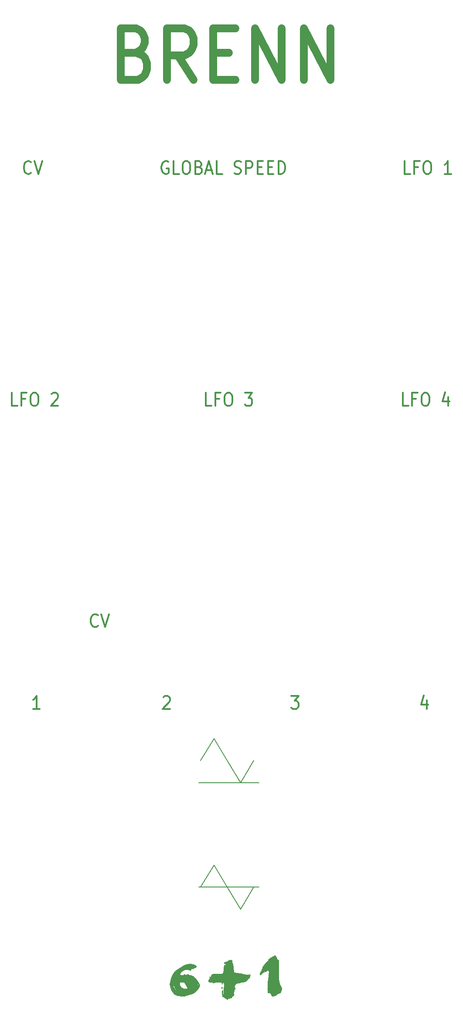
<source format=gbr>
%TF.GenerationSoftware,KiCad,Pcbnew,(5.1.9)-1*%
%TF.CreationDate,2021-08-21T12:12:35+01:00*%
%TF.ProjectId,KOSMOS LFO6 Front Panel,4b4f534d-4f53-4204-9c46-4f362046726f,rev?*%
%TF.SameCoordinates,Original*%
%TF.FileFunction,Legend,Top*%
%TF.FilePolarity,Positive*%
%FSLAX46Y46*%
G04 Gerber Fmt 4.6, Leading zero omitted, Abs format (unit mm)*
G04 Created by KiCad (PCBNEW (5.1.9)-1) date 2021-08-21 12:12:35*
%MOMM*%
%LPD*%
G01*
G04 APERTURE LIST*
%ADD10C,0.200000*%
%ADD11C,0.312500*%
%ADD12C,1.500000*%
%ADD13C,0.002000*%
%ADD14C,0.100000*%
G04 APERTURE END LIST*
D10*
X-67577868Y-180236448D02*
X-55915863Y-180236448D01*
X-67209977Y-180236448D02*
X-64623456Y-175951260D01*
X-62036934Y-180236448D02*
X-64623456Y-175951260D01*
X-67577868Y-160000079D02*
X-55915863Y-160000079D01*
X-56863892Y-155714891D02*
X-59450413Y-160000079D01*
X-62036934Y-155714891D02*
X-59450413Y-160000079D01*
X-56863892Y-180236448D02*
X-59450413Y-184521637D01*
X-62036934Y-180236448D02*
X-59450413Y-184521637D01*
X-62036934Y-155714891D02*
X-64623456Y-151429702D01*
X-67209977Y-155714891D02*
X-64623456Y-151429702D01*
D11*
X-100128646Y-41622973D02*
X-100235789Y-41742020D01*
X-100557217Y-41861068D01*
X-100771503Y-41861068D01*
X-101092932Y-41742020D01*
X-101307217Y-41503925D01*
X-101414360Y-41265830D01*
X-101521503Y-40789639D01*
X-101521503Y-40432496D01*
X-101414360Y-39956306D01*
X-101307217Y-39718211D01*
X-101092932Y-39480116D01*
X-100771503Y-39361068D01*
X-100557217Y-39361068D01*
X-100235789Y-39480116D01*
X-100128646Y-39599163D01*
X-99485789Y-39361068D02*
X-98735789Y-41861068D01*
X-97985789Y-39361068D01*
X-65124285Y-86832774D02*
X-66195713Y-86832774D01*
X-66195713Y-84332774D01*
X-63624285Y-85523250D02*
X-64374285Y-85523250D01*
X-64374285Y-86832774D02*
X-64374285Y-84332774D01*
X-63302856Y-84332774D01*
X-62017142Y-84332774D02*
X-61588570Y-84332774D01*
X-61374285Y-84451822D01*
X-61159999Y-84689917D01*
X-61052856Y-85166107D01*
X-61052856Y-85999441D01*
X-61159999Y-86475631D01*
X-61374285Y-86713726D01*
X-61588570Y-86832774D01*
X-62017142Y-86832774D01*
X-62231428Y-86713726D01*
X-62445713Y-86475631D01*
X-62552856Y-85999441D01*
X-62552856Y-85166107D01*
X-62445713Y-84689917D01*
X-62231428Y-84451822D01*
X-62017142Y-84332774D01*
X-58588570Y-84332774D02*
X-57195713Y-84332774D01*
X-57945713Y-85285155D01*
X-57624285Y-85285155D01*
X-57409999Y-85404202D01*
X-57302856Y-85523250D01*
X-57195713Y-85761345D01*
X-57195713Y-86356583D01*
X-57302856Y-86594679D01*
X-57409999Y-86713726D01*
X-57624285Y-86832774D01*
X-58267142Y-86832774D01*
X-58481428Y-86713726D01*
X-58588570Y-86594679D01*
X-74451930Y-143400520D02*
X-74344787Y-143281473D01*
X-74130502Y-143162425D01*
X-73594787Y-143162425D01*
X-73380502Y-143281473D01*
X-73273359Y-143400520D01*
X-73166216Y-143638615D01*
X-73166216Y-143876711D01*
X-73273359Y-144233853D01*
X-74559073Y-145662425D01*
X-73166216Y-145662425D01*
X-73521569Y-39481822D02*
X-73735855Y-39362774D01*
X-74057283Y-39362774D01*
X-74378712Y-39481822D01*
X-74592997Y-39719917D01*
X-74700140Y-39958012D01*
X-74807283Y-40434202D01*
X-74807283Y-40791345D01*
X-74700140Y-41267536D01*
X-74592997Y-41505631D01*
X-74378712Y-41743726D01*
X-74057283Y-41862774D01*
X-73842997Y-41862774D01*
X-73521569Y-41743726D01*
X-73414426Y-41624679D01*
X-73414426Y-40791345D01*
X-73842997Y-40791345D01*
X-71378712Y-41862774D02*
X-72450140Y-41862774D01*
X-72450140Y-39362774D01*
X-70200140Y-39362774D02*
X-69771569Y-39362774D01*
X-69557283Y-39481822D01*
X-69342997Y-39719917D01*
X-69235855Y-40196107D01*
X-69235855Y-41029441D01*
X-69342997Y-41505631D01*
X-69557283Y-41743726D01*
X-69771569Y-41862774D01*
X-70200140Y-41862774D01*
X-70414426Y-41743726D01*
X-70628712Y-41505631D01*
X-70735855Y-41029441D01*
X-70735855Y-40196107D01*
X-70628712Y-39719917D01*
X-70414426Y-39481822D01*
X-70200140Y-39362774D01*
X-67521569Y-40553250D02*
X-67200140Y-40672298D01*
X-67092997Y-40791345D01*
X-66985855Y-41029441D01*
X-66985855Y-41386583D01*
X-67092997Y-41624679D01*
X-67200140Y-41743726D01*
X-67414426Y-41862774D01*
X-68271569Y-41862774D01*
X-68271569Y-39362774D01*
X-67521569Y-39362774D01*
X-67307283Y-39481822D01*
X-67200140Y-39600869D01*
X-67092997Y-39838964D01*
X-67092997Y-40077060D01*
X-67200140Y-40315155D01*
X-67307283Y-40434202D01*
X-67521569Y-40553250D01*
X-68271569Y-40553250D01*
X-66128712Y-41148488D02*
X-65057283Y-41148488D01*
X-66342997Y-41862774D02*
X-65592997Y-39362774D01*
X-64842997Y-41862774D01*
X-63021569Y-41862774D02*
X-64092997Y-41862774D01*
X-64092997Y-39362774D01*
X-60664426Y-41743726D02*
X-60342997Y-41862774D01*
X-59807283Y-41862774D01*
X-59592997Y-41743726D01*
X-59485855Y-41624679D01*
X-59378712Y-41386583D01*
X-59378712Y-41148488D01*
X-59485855Y-40910393D01*
X-59592997Y-40791345D01*
X-59807283Y-40672298D01*
X-60235855Y-40553250D01*
X-60450140Y-40434202D01*
X-60557283Y-40315155D01*
X-60664426Y-40077060D01*
X-60664426Y-39838964D01*
X-60557283Y-39600869D01*
X-60450140Y-39481822D01*
X-60235855Y-39362774D01*
X-59700140Y-39362774D01*
X-59378712Y-39481822D01*
X-58414426Y-41862774D02*
X-58414426Y-39362774D01*
X-57557283Y-39362774D01*
X-57342997Y-39481822D01*
X-57235855Y-39600869D01*
X-57128712Y-39838964D01*
X-57128712Y-40196107D01*
X-57235855Y-40434202D01*
X-57342997Y-40553250D01*
X-57557283Y-40672298D01*
X-58414426Y-40672298D01*
X-56164426Y-40553250D02*
X-55414426Y-40553250D01*
X-55092997Y-41862774D02*
X-56164426Y-41862774D01*
X-56164426Y-39362774D01*
X-55092997Y-39362774D01*
X-54128712Y-40553250D02*
X-53378712Y-40553250D01*
X-53057283Y-41862774D02*
X-54128712Y-41862774D01*
X-54128712Y-39362774D01*
X-53057283Y-39362774D01*
X-52092997Y-41862774D02*
X-52092997Y-39362774D01*
X-51557283Y-39362774D01*
X-51235855Y-39481822D01*
X-51021569Y-39719917D01*
X-50914426Y-39958012D01*
X-50807283Y-40434202D01*
X-50807283Y-40791345D01*
X-50914426Y-41267536D01*
X-51021569Y-41505631D01*
X-51235855Y-41743726D01*
X-51557283Y-41862774D01*
X-52092997Y-41862774D01*
X-102806439Y-86832774D02*
X-103877867Y-86832774D01*
X-103877867Y-84332774D01*
X-101306439Y-85523250D02*
X-102056439Y-85523250D01*
X-102056439Y-86832774D02*
X-102056439Y-84332774D01*
X-100985010Y-84332774D01*
X-99699296Y-84332774D02*
X-99270724Y-84332774D01*
X-99056439Y-84451822D01*
X-98842153Y-84689917D01*
X-98735010Y-85166107D01*
X-98735010Y-85999441D01*
X-98842153Y-86475631D01*
X-99056439Y-86713726D01*
X-99270724Y-86832774D01*
X-99699296Y-86832774D01*
X-99913582Y-86713726D01*
X-100127867Y-86475631D01*
X-100235010Y-85999441D01*
X-100235010Y-85166107D01*
X-100127867Y-84689917D01*
X-99913582Y-84451822D01*
X-99699296Y-84332774D01*
X-96163582Y-84570869D02*
X-96056439Y-84451822D01*
X-95842153Y-84332774D01*
X-95306439Y-84332774D01*
X-95092153Y-84451822D01*
X-94985010Y-84570869D01*
X-94877867Y-84808964D01*
X-94877867Y-85047060D01*
X-94985010Y-85404202D01*
X-96270724Y-86832774D01*
X-94877867Y-86832774D01*
X-26879378Y-86832774D02*
X-27950806Y-86832774D01*
X-27950806Y-84332774D01*
X-25379378Y-85523250D02*
X-26129378Y-85523250D01*
X-26129378Y-86832774D02*
X-26129378Y-84332774D01*
X-25057949Y-84332774D01*
X-23772235Y-84332774D02*
X-23343663Y-84332774D01*
X-23129378Y-84451822D01*
X-22915092Y-84689917D01*
X-22807949Y-85166107D01*
X-22807949Y-85999441D01*
X-22915092Y-86475631D01*
X-23129378Y-86713726D01*
X-23343663Y-86832774D01*
X-23772235Y-86832774D01*
X-23986521Y-86713726D01*
X-24200806Y-86475631D01*
X-24307949Y-85999441D01*
X-24307949Y-85166107D01*
X-24200806Y-84689917D01*
X-23986521Y-84451822D01*
X-23772235Y-84332774D01*
X-19165092Y-85166107D02*
X-19165092Y-86832774D01*
X-19700806Y-84213726D02*
X-20236521Y-85999441D01*
X-18843663Y-85999441D01*
X-98444183Y-145662425D02*
X-99729897Y-145662425D01*
X-99087040Y-145662425D02*
X-99087040Y-143162425D01*
X-99301326Y-143519568D01*
X-99515611Y-143757663D01*
X-99729897Y-143876711D01*
D12*
X-79752142Y-18345714D02*
X-78466428Y-18821904D01*
X-78037857Y-19298095D01*
X-77609285Y-20250476D01*
X-77609285Y-21679047D01*
X-78037857Y-22631428D01*
X-78466428Y-23107619D01*
X-79323571Y-23583809D01*
X-82752142Y-23583809D01*
X-82752142Y-13583809D01*
X-79752142Y-13583809D01*
X-78895000Y-14060000D01*
X-78466428Y-14536190D01*
X-78037857Y-15488571D01*
X-78037857Y-16440952D01*
X-78466428Y-17393333D01*
X-78895000Y-17869523D01*
X-79752142Y-18345714D01*
X-82752142Y-18345714D01*
X-68609285Y-23583809D02*
X-71609285Y-18821904D01*
X-73752142Y-23583809D02*
X-73752142Y-13583809D01*
X-70323571Y-13583809D01*
X-69466428Y-14060000D01*
X-69037857Y-14536190D01*
X-68609285Y-15488571D01*
X-68609285Y-16917142D01*
X-69037857Y-17869523D01*
X-69466428Y-18345714D01*
X-70323571Y-18821904D01*
X-73752142Y-18821904D01*
X-64752142Y-18345714D02*
X-61752142Y-18345714D01*
X-60466428Y-23583809D02*
X-64752142Y-23583809D01*
X-64752142Y-13583809D01*
X-60466428Y-13583809D01*
X-56609285Y-23583809D02*
X-56609285Y-13583809D01*
X-51466428Y-23583809D01*
X-51466428Y-13583809D01*
X-47180714Y-23583809D02*
X-47180714Y-13583809D01*
X-42037857Y-23583809D01*
X-42037857Y-13583809D01*
D11*
X-26494142Y-41862774D02*
X-27565570Y-41862774D01*
X-27565570Y-39362774D01*
X-24994142Y-40553250D02*
X-25744142Y-40553250D01*
X-25744142Y-41862774D02*
X-25744142Y-39362774D01*
X-24672713Y-39362774D01*
X-23386999Y-39362774D02*
X-22958427Y-39362774D01*
X-22744142Y-39481822D01*
X-22529856Y-39719917D01*
X-22422713Y-40196107D01*
X-22422713Y-41029441D01*
X-22529856Y-41505631D01*
X-22744142Y-41743726D01*
X-22958427Y-41862774D01*
X-23386999Y-41862774D01*
X-23601285Y-41743726D01*
X-23815570Y-41505631D01*
X-23922713Y-41029441D01*
X-23922713Y-40196107D01*
X-23815570Y-39719917D01*
X-23601285Y-39481822D01*
X-23386999Y-39362774D01*
X-18565570Y-41862774D02*
X-19851285Y-41862774D01*
X-19208427Y-41862774D02*
X-19208427Y-39362774D01*
X-19422713Y-39719917D01*
X-19636999Y-39958012D01*
X-19851285Y-40077060D01*
X-23322521Y-143985527D02*
X-23322521Y-145652194D01*
X-23858235Y-143033146D02*
X-24393949Y-144818861D01*
X-23001092Y-144818861D01*
X-49603411Y-143162425D02*
X-48210554Y-143162425D01*
X-48960554Y-144114806D01*
X-48639125Y-144114806D01*
X-48424840Y-144233853D01*
X-48317697Y-144352901D01*
X-48210554Y-144590996D01*
X-48210554Y-145186234D01*
X-48317697Y-145424330D01*
X-48424840Y-145543377D01*
X-48639125Y-145662425D01*
X-49281982Y-145662425D01*
X-49496268Y-145543377D01*
X-49603411Y-145424330D01*
X-87155446Y-129542857D02*
X-87262589Y-129661904D01*
X-87584017Y-129780952D01*
X-87798303Y-129780952D01*
X-88119732Y-129661904D01*
X-88334017Y-129423809D01*
X-88441160Y-129185714D01*
X-88548303Y-128709523D01*
X-88548303Y-128352380D01*
X-88441160Y-127876190D01*
X-88334017Y-127638095D01*
X-88119732Y-127400000D01*
X-87798303Y-127280952D01*
X-87584017Y-127280952D01*
X-87262589Y-127400000D01*
X-87155446Y-127519047D01*
X-86512589Y-127280952D02*
X-85762589Y-129780952D01*
X-85012589Y-127280952D01*
D13*
%TO.C,REF\u002A\u002A*%
X-72506153Y-199280699D02*
G75*
G02*
X-72458350Y-199304263I0J-60270D01*
G01*
X-72901474Y-199580700D02*
G75*
G02*
X-72864307Y-199652603I-352208J-227614D01*
G01*
X-72991349Y-199718237D02*
G75*
G02*
X-72998411Y-199630699I538978J87537D01*
G01*
X-72969935Y-199816011D02*
G75*
G02*
X-72991348Y-199718237I883899J244807D01*
G01*
X-72822903Y-200064384D02*
G75*
G02*
X-72847458Y-200058677I-8921J17296D01*
G01*
X-72938641Y-199908796D02*
G75*
G02*
X-72969936Y-199816012I825219J330007D01*
G01*
X-72806994Y-200039556D02*
G75*
G02*
X-72822903Y-200064383I-29400J1329D01*
G01*
X-63028708Y-199688146D02*
G75*
G02*
X-63014427Y-199710075I-59981J-54677D01*
G01*
X-63164014Y-199851324D02*
G75*
G02*
X-63167125Y-199818909I47411J20907D01*
G01*
X-63142870Y-199872870D02*
G75*
G02*
X-63164013Y-199851324I17994J38804D01*
G01*
X-72980044Y-199497014D02*
G75*
G02*
X-72955488Y-199502722I8921J-17297D01*
G01*
X-63014427Y-199710075D02*
G75*
G02*
X-63004708Y-199742415I-125533J-55357D01*
G01*
X-72378022Y-199418172D02*
G75*
G02*
X-72290056Y-199569391I-1573417J-1016470D01*
G01*
X-63151473Y-199780700D02*
G75*
G02*
X-63124574Y-199742422I337497J-208585D01*
G01*
X-63124574Y-199742422D02*
G75*
G02*
X-63094871Y-199710075I241481J-191928D01*
G01*
X-63094871Y-199710074D02*
G75*
G02*
X-63066644Y-199687253I162318J-171899D01*
G01*
X-63107375Y-199880700D02*
G75*
G02*
X-63142870Y-199872871I0J84378D01*
G01*
X-72901473Y-199980699D02*
G75*
G02*
X-72938640Y-199908796I352208J227614D01*
G01*
X-72995953Y-199521843D02*
G75*
G02*
X-72980044Y-199497016I29400J-1329D01*
G01*
X-63066645Y-199687253D02*
G75*
G02*
X-63045572Y-199680699I21073J-30601D01*
G01*
X-63045573Y-199680699D02*
G75*
G02*
X-63028709Y-199688145I1J-22819D01*
G01*
X-63004708Y-199742414D02*
G75*
G02*
X-63001473Y-199780699I-224963J-38286D01*
G01*
X-63167124Y-199818909D02*
G75*
G02*
X-63151473Y-199780699I122695J-27947D01*
G01*
X-63001474Y-199780700D02*
G75*
G02*
X-63009580Y-199818855I-93851J1D01*
G01*
X-63066950Y-199873087D02*
G75*
G02*
X-63107375Y-199880699I-40425J103535D01*
G01*
X-72833011Y-199745387D02*
G75*
G02*
X-72811598Y-199843162I-883900J-244808D01*
G01*
X-63009579Y-199818855D02*
G75*
G02*
X-63032582Y-199851324I-92552J41184D01*
G01*
X-63032582Y-199851325D02*
G75*
G02*
X-63066950Y-199873087I-73086J77400D01*
G01*
X-72864306Y-199652603D02*
G75*
G02*
X-72833011Y-199745387I-825219J-330007D01*
G01*
X-72811598Y-199843161D02*
G75*
G02*
X-72804536Y-199930699I-538978J-87538D01*
G01*
X-70347792Y-198688926D02*
G75*
G02*
X-70323505Y-198724881I-100028J-93750D01*
G01*
X-68101964Y-195673251D02*
G75*
G02*
X-68145875Y-195817598I-161391J-29757D01*
G01*
X-71059085Y-199642148D02*
G75*
G02*
X-71295775Y-199252066I842343J777960D01*
G01*
X-70677854Y-199922079D02*
G75*
G02*
X-71059085Y-199642148I530361J1121844D01*
G01*
X-70238503Y-200020700D02*
G75*
G02*
X-70677854Y-199922079I1J1027959D01*
G01*
X-70183081Y-195332564D02*
G75*
G02*
X-69789987Y-195223551I585448J-1347840D01*
G01*
X-68556481Y-195988802D02*
G75*
G02*
X-68516859Y-195947365I117288J-72488D01*
G01*
X-72040291Y-200312292D02*
G75*
G02*
X-72121584Y-200305417I-38271J31528D01*
G01*
X-72020564Y-200188398D02*
G75*
G02*
X-72040291Y-200312291I-115307J-45157D01*
G01*
X-67608943Y-199073353D02*
G75*
G02*
X-67601473Y-199130699I-216396J-57346D01*
G01*
X-67663338Y-198992256D02*
G75*
G02*
X-67630848Y-199024762I-65125J-97582D01*
G01*
X-69789987Y-195223552D02*
G75*
G02*
X-69263544Y-195189051I524866J-3975221D01*
G01*
X-71269364Y-198711891D02*
G75*
G02*
X-71165956Y-198649832I132199J-103096D01*
G01*
X-69263544Y-195189050D02*
G75*
G02*
X-68747724Y-195223014I-1558J-3957674D01*
G01*
X-67630849Y-199024762D02*
G75*
G02*
X-67608943Y-199073354I-135427J-90286D01*
G01*
X-67701474Y-198980699D02*
G75*
G02*
X-67663338Y-198992256I0J-68699D01*
G01*
X-69123790Y-196152997D02*
G75*
G02*
X-69088110Y-196058940I143510J-643D01*
G01*
X-68452279Y-195912454D02*
G75*
G02*
X-68374773Y-195888713I162597J-392435D01*
G01*
X-67794004Y-199073354D02*
G75*
G02*
X-67772098Y-199024762I157333J-41694D01*
G01*
X-67739609Y-198992256D02*
G75*
G02*
X-67701473Y-198980699I38136J-57142D01*
G01*
X-68396507Y-195333268D02*
G75*
G02*
X-68196506Y-195485143I-336562J-650839D01*
G01*
X-67801473Y-199130700D02*
G75*
G02*
X-67794004Y-199073354I223865J1D01*
G01*
X-71295775Y-199252066D02*
G75*
G02*
X-71327937Y-198841103I735183J264276D01*
G01*
X-69983283Y-199388373D02*
G75*
G02*
X-69778472Y-199689352I-1788030J-1436898D01*
G01*
X-70282576Y-198920629D02*
G75*
G02*
X-70301473Y-198836563I177546J84066D01*
G01*
X-68374774Y-195888713D02*
G75*
G02*
X-68295572Y-195880699I79202J-387369D01*
G01*
X-68599373Y-196025896D02*
G75*
G02*
X-68673899Y-196047522I-122305J282261D01*
G01*
X-70376474Y-198675239D02*
G75*
G02*
X-70347792Y-198688926I-3169J-43539D01*
G01*
X-68673900Y-196047522D02*
G75*
G02*
X-68765967Y-196051854I-65840J418766D01*
G01*
X-69778472Y-199689352D02*
G75*
G02*
X-69765899Y-199876101I-186597J-106360D01*
G01*
X-67772099Y-199024762D02*
G75*
G02*
X-67739609Y-198992256I97615J-65076D01*
G01*
X-67630848Y-199236637D02*
G75*
G02*
X-67663338Y-199269143I-97615J65076D01*
G01*
X-72569100Y-199310968D02*
G75*
G02*
X-72506153Y-199280699I62947J-50317D01*
G01*
X-72583036Y-199378038D02*
G75*
G02*
X-72569100Y-199310968I73071J19800D01*
G01*
X-72527044Y-199526612D02*
G75*
G02*
X-72583035Y-199378038I745260J365693D01*
G01*
X-68145876Y-195817598D02*
G75*
G02*
X-68295572Y-195880699I-149696J146014D01*
G01*
X-69004277Y-196020319D02*
G75*
G02*
X-68862383Y-196036897I7344J-552667D01*
G01*
X-67794004Y-199188045D02*
G75*
G02*
X-67801473Y-199130699I216396J57345D01*
G01*
X-67772098Y-199236637D02*
G75*
G02*
X-67794004Y-199188045I135427J90286D01*
G01*
X-67701473Y-199280700D02*
G75*
G02*
X-67739609Y-199269143I0J68699D01*
G01*
X-70307001Y-198776511D02*
G75*
G02*
X-70301473Y-198836563I-323429J-60052D01*
G01*
X-67663338Y-199269142D02*
G75*
G02*
X-67701473Y-199280699I-38136J57141D01*
G01*
X-69765899Y-199876101D02*
G75*
G02*
X-69902848Y-199988769I-171902J69383D01*
G01*
X-68516859Y-195947365D02*
G75*
G02*
X-68452279Y-195912455I201521J-295604D01*
G01*
X-70323504Y-198724880D02*
G75*
G02*
X-70307001Y-198776511I-195877J-91064D01*
G01*
X-71165956Y-198649832D02*
G75*
G02*
X-70957516Y-198637704I156960J-900390D01*
G01*
X-68556482Y-195988802D02*
G75*
G02*
X-68599373Y-196025897I-80530J49770D01*
G01*
X-67739608Y-199269142D02*
G75*
G02*
X-67772098Y-199236637I65124J97581D01*
G01*
X-69109226Y-196317967D02*
G75*
G02*
X-69123789Y-196152997I881692J160960D01*
G01*
X-68747723Y-195223013D02*
G75*
G02*
X-68396507Y-195333267I-139723J-1059626D01*
G01*
X-68765967Y-196051855D02*
G75*
G02*
X-68862383Y-196036897I32856J530018D01*
G01*
X-69088110Y-196058941D02*
G75*
G02*
X-69004277Y-196020319I85342J-74949D01*
G01*
X-67601474Y-199130699D02*
G75*
G02*
X-67608943Y-199188045I-223865J-1D01*
G01*
X-67608942Y-199188045D02*
G75*
G02*
X-67630848Y-199236637I-157334J41694D01*
G01*
X-68196505Y-195485142D02*
G75*
G02*
X-68101964Y-195673251I-275691J-256372D01*
G01*
X-69902848Y-199988768D02*
G75*
G02*
X-70238502Y-200020699I-335653J1748217D01*
G01*
X-71327937Y-198841102D02*
G75*
G02*
X-71269363Y-198711891I297082J-56792D01*
G01*
X-69405588Y-197352801D02*
G75*
G02*
X-69306618Y-197336410I138655J-530216D01*
G01*
X-68670135Y-197522693D02*
G75*
G02*
X-68602885Y-197553447I-87377J-279972D01*
G01*
X-70267523Y-197213197D02*
G75*
G02*
X-70208281Y-197269685I-78452J-141587D01*
G01*
X-70157870Y-197326836D02*
G75*
G02*
X-70208281Y-197269685I142030J176087D01*
G01*
X-70100236Y-197349617D02*
G75*
G02*
X-70157870Y-197326836I7704J103785D01*
G01*
X-69197135Y-197336212D02*
G75*
G02*
X-69093961Y-197350906I-49443J-716739D01*
G01*
X-68582875Y-197760795D02*
G75*
G02*
X-68584183Y-197739250I19289J11983D01*
G01*
X-71161277Y-196899657D02*
G75*
G02*
X-70933684Y-196612564I848092J-438567D01*
G01*
X-71250022Y-197322595D02*
G75*
G02*
X-71294614Y-197266546I14679J57441D01*
G01*
X-71151474Y-197316862D02*
G75*
G02*
X-71250022Y-197322595I-58276J151865D01*
G01*
X-69093962Y-197350907D02*
G75*
G02*
X-69014951Y-197379748I-65912J-303205D01*
G01*
X-69577463Y-197343508D02*
G75*
G02*
X-69561209Y-197296452I112861J-12650D01*
G01*
X-71094078Y-197302896D02*
G75*
G02*
X-71045536Y-197308253I12344J-110745D01*
G01*
X-70975565Y-197400808D02*
G75*
G02*
X-71001473Y-197368383I7337J32425D01*
G01*
X-67401473Y-199259610D02*
G75*
G02*
X-67462141Y-199492855I-478702J0D01*
G01*
X-68545960Y-197645184D02*
G75*
G02*
X-68560586Y-197695444I-97977J1254D01*
G01*
X-70794382Y-197371909D02*
G75*
G02*
X-70906005Y-197402679I-208810J539637D01*
G01*
X-70343426Y-197197052D02*
G75*
G02*
X-70267523Y-197213197I11518J-132346D01*
G01*
X-69739710Y-197208455D02*
G75*
G02*
X-69606333Y-197184925I127957J-335528D01*
G01*
X-69560945Y-197370099D02*
G75*
G02*
X-69577464Y-197343508I8609J23774D01*
G01*
X-69306618Y-197336410D02*
G75*
G02*
X-69197135Y-197336213I56133J-773168D01*
G01*
X-68559895Y-197596018D02*
G75*
G02*
X-68545960Y-197645184I-75723J-48019D01*
G01*
X-68528360Y-197747316D02*
G75*
G02*
X-68566064Y-197766318I-128097J207264D01*
G01*
X-67692282Y-199859752D02*
G75*
G02*
X-68000478Y-200252813I-3827687J2683900D01*
G01*
X-68528360Y-197747316D02*
G75*
G02*
X-68387374Y-197771889I56656J-91673D01*
G01*
X-68000478Y-200252813D02*
G75*
G02*
X-68343256Y-200602750I-3256516J2847047D01*
G01*
X-69920765Y-197291024D02*
G75*
G02*
X-69739711Y-197208456I739484J-1381736D01*
G01*
X-69109227Y-196317967D02*
G75*
G02*
X-69117142Y-196345598I-31872J-5819D01*
G01*
X-69117142Y-196345598D02*
G75*
G02*
X-69145806Y-196361246I-36986J33675D01*
G01*
X-69145806Y-196361246D02*
G75*
G02*
X-69194782Y-196360510I-22491J133309D01*
G01*
X-71294614Y-197266546D02*
G75*
G02*
X-71268817Y-197129899I333320J7832D01*
G01*
X-71151474Y-197316862D02*
G75*
G02*
X-71094078Y-197302895I83086J-216518D01*
G01*
X-69194782Y-196360510D02*
G75*
G02*
X-69256126Y-196342751I74016J370500D01*
G01*
X-68602885Y-197553447D02*
G75*
G02*
X-68559895Y-197596017I-71433J-115131D01*
G01*
X-69343697Y-196314664D02*
G75*
G02*
X-69256126Y-196342751I-206605J-794696D01*
G01*
X-70933684Y-196612565D02*
G75*
G02*
X-70575860Y-196375195I1149144J-1343897D01*
G01*
X-71045536Y-197308253D02*
G75*
G02*
X-71013616Y-197331616I-21671J-63095D01*
G01*
X-69553527Y-197222610D02*
G75*
G02*
X-69561209Y-197296452I-80290J-28968D01*
G01*
X-69507571Y-197374845D02*
G75*
G02*
X-69560944Y-197370099I-17718J103217D01*
G01*
X-70906005Y-197402679D02*
G75*
G02*
X-70975565Y-197400809I-30062J176436D01*
G01*
X-69920765Y-197291025D02*
G75*
G02*
X-70025975Y-197338854I-421627J787817D01*
G01*
X-68584183Y-197739250D02*
G75*
G02*
X-68560586Y-197695444I379710J-176285D01*
G01*
X-68566065Y-197766319D02*
G75*
G02*
X-68582876Y-197760796I-5110J12792D01*
G01*
X-70170431Y-196230641D02*
G75*
G02*
X-69801375Y-196219116I214525J-954859D01*
G01*
X-67462141Y-199492855D02*
G75*
G02*
X-67692282Y-199859752I-3688434J2057989D01*
G01*
X-71013616Y-197331616D02*
G75*
G02*
X-71001473Y-197368383I-49592J-36767D01*
G01*
X-69606334Y-197184925D02*
G75*
G02*
X-69553527Y-197222610I-861J-57048D01*
G01*
X-67482542Y-198994813D02*
G75*
G02*
X-67401473Y-199259610I-391919J-264797D01*
G01*
X-70575860Y-196375195D02*
G75*
G02*
X-70170431Y-196230640I794658J-1587933D01*
G01*
X-70025975Y-197338853D02*
G75*
G02*
X-70100235Y-197349617I-61422J162212D01*
G01*
X-70455847Y-197224105D02*
G75*
G02*
X-70343427Y-197197052I146114J-360083D01*
G01*
X-57536247Y-197305072D02*
G75*
G02*
X-57545727Y-197443405I-390343J-42743D01*
G01*
X-59210069Y-197060261D02*
G75*
G02*
X-59120204Y-197106660I-60763J-227911D01*
G01*
X-59029200Y-197149005D02*
G75*
G02*
X-59120204Y-197106660I35003J194186D01*
G01*
X-68556705Y-200777633D02*
G75*
G02*
X-68760820Y-200903924I-892952J1215119D01*
G01*
X-68760820Y-200903924D02*
G75*
G02*
X-68970393Y-200989737I-603846J1175904D01*
G01*
X-70637587Y-195558216D02*
G75*
G02*
X-70183081Y-195332564I2435146J-4334275D01*
G01*
X-72351555Y-200940061D02*
G75*
G02*
X-72685415Y-200572720I1453051J1656002D01*
G01*
X-73167501Y-199040375D02*
G75*
G02*
X-73136773Y-198771182I1842043J-73919D01*
G01*
X-70394390Y-201353832D02*
G75*
G02*
X-70961202Y-201375364I-442240J4170273D01*
G01*
X-61617562Y-194428752D02*
G75*
G02*
X-61496286Y-194390256I130562J-201037D01*
G01*
X-71970303Y-201186155D02*
G75*
G02*
X-72351555Y-200940061I640306J1410338D01*
G01*
X-72944647Y-200117676D02*
G75*
G02*
X-73105284Y-199612342I2361961J1029026D01*
G01*
X-57591064Y-197236948D02*
G75*
G02*
X-57536247Y-197305072I-25908J-76964D01*
G01*
X-73056985Y-198408689D02*
G75*
G02*
X-72876371Y-197816774I5997240J-1506454D01*
G01*
X-72649720Y-197297006D02*
G75*
G02*
X-72383917Y-196861886I3141270J-1620172D01*
G01*
X-61173108Y-194480699D02*
G75*
G02*
X-61101862Y-194746858I-2209991J-734194D01*
G01*
X-60754469Y-196775853D02*
G75*
G02*
X-60776084Y-196721987I144268J89163D01*
G01*
X-61202070Y-194412567D02*
G75*
G02*
X-61173108Y-194480699I-404100J-212003D01*
G01*
X-68343257Y-200602750D02*
G75*
G02*
X-68556705Y-200777633I-1765497J1937123D01*
G01*
X-68970393Y-200989736D02*
G75*
G02*
X-69199812Y-201042604I-460069J1472260D01*
G01*
X-61425018Y-194433135D02*
G75*
G02*
X-61394445Y-194555699I-280469J-135057D01*
G01*
X-71532048Y-201319612D02*
G75*
G02*
X-71970304Y-201186155I288954J1735215D01*
G01*
X-72685416Y-200572721D02*
G75*
G02*
X-72944648Y-200117676I1989440J1434718D01*
G01*
X-69971600Y-201245554D02*
G75*
G02*
X-69815840Y-201188880I682729J-1634003D01*
G01*
X-69971601Y-201245554D02*
G75*
G02*
X-70394390Y-201353832I-581982J1392884D01*
G01*
X-70961202Y-201375365D02*
G75*
G02*
X-71532047Y-201319611I126031J4240660D01*
G01*
X-72085403Y-196524934D02*
G75*
G02*
X-71737080Y-196246600I2241157J-2447588D01*
G01*
X-73157149Y-199296554D02*
G75*
G02*
X-73167501Y-199040375I1582707J192254D01*
G01*
X-72876371Y-197816774D02*
G75*
G02*
X-72649720Y-197297006I4107072J-1481635D01*
G01*
X-60707136Y-196809802D02*
G75*
G02*
X-60754469Y-196775853I17044J73736D01*
G01*
X-61229554Y-194402133D02*
G75*
G02*
X-61202071Y-194412568I7850J-20735D01*
G01*
X-72383917Y-196861886D02*
G75*
G02*
X-72085403Y-196524934I1756945J-1255811D01*
G01*
X-61817845Y-194572114D02*
G75*
G02*
X-61617562Y-194428752I1682528J-2138987D01*
G01*
X-61496287Y-194390255D02*
G75*
G02*
X-61425018Y-194433135I2938J-75784D01*
G01*
X-61373816Y-194662887D02*
G75*
G02*
X-61388482Y-194652691I-3124J11153D01*
G01*
X-61353892Y-194645559D02*
G75*
G02*
X-61373816Y-194662888I-28234J12343D01*
G01*
X-61260053Y-194429990D02*
G75*
G02*
X-61229554Y-194402133I50300J-24446D01*
G01*
X-57742905Y-197211308D02*
G75*
G02*
X-57591064Y-197236948I-4834J-491055D01*
G01*
X-60601487Y-199780692D02*
G75*
G02*
X-60550750Y-199819308I-173063J-280022D01*
G01*
X-60714087Y-200423452D02*
G75*
G02*
X-60752800Y-200578646I-1408004J268802D01*
G01*
X-62061867Y-202029771D02*
G75*
G02*
X-62088590Y-202026726I-10956J22629D01*
G01*
X-60979963Y-201089042D02*
G75*
G02*
X-61000931Y-201073328I-4596J15714D01*
G01*
X-60633411Y-199970661D02*
G75*
G02*
X-60590797Y-199924101I103484J-51931D01*
G01*
X-60557481Y-199188713D02*
G75*
G02*
X-60370670Y-199013478I585615J-437107D01*
G01*
X-61472258Y-201733534D02*
G75*
G02*
X-61414464Y-201729394I42668J-190165D01*
G01*
X-61629436Y-201835737D02*
G75*
G02*
X-61677655Y-201835215I-22748J126177D01*
G01*
X-60701473Y-200290120D02*
G75*
G02*
X-60693314Y-200171180I870955J1D01*
G01*
X-60677401Y-199538785D02*
G75*
G02*
X-60657251Y-199407005I1030598J-90152D01*
G01*
X-61189777Y-201667159D02*
G75*
G02*
X-61239643Y-201722476I-170268J103352D01*
G01*
X-62018637Y-201997718D02*
G75*
G02*
X-62061867Y-202029771I-106267J98147D01*
G01*
X-60674095Y-199647354D02*
G75*
G02*
X-60677401Y-199538785I457451J68264D01*
G01*
X-60701474Y-200290120D02*
G75*
G02*
X-60714087Y-200423452I-711016J1D01*
G01*
X-61000931Y-201073328D02*
G75*
G02*
X-60987678Y-201027575I85604J0D01*
G01*
X-62251473Y-201880700D02*
G75*
G02*
X-62194171Y-201889682I0J-187269D01*
G01*
X-61966644Y-201934534D02*
G75*
G02*
X-61907042Y-201868958I336996J-246419D01*
G01*
X-62145536Y-201915689D02*
G75*
G02*
X-62113022Y-201954386I-78761J-99185D01*
G01*
X-60750863Y-201032730D02*
G75*
G02*
X-60705960Y-201082992I-1383J-46424D01*
G01*
X-60876202Y-201054027D02*
G75*
G02*
X-60750862Y-201032730I115716J-301550D01*
G01*
X-61775088Y-201805418D02*
G75*
G02*
X-61723554Y-201817053I8868J-80670D01*
G01*
X-60754922Y-201180219D02*
G75*
G02*
X-60894701Y-201277075I-490765J558967D01*
G01*
X-61521807Y-201753545D02*
G75*
G02*
X-61472258Y-201733535I85571J-140536D01*
G01*
X-61297556Y-201747920D02*
G75*
G02*
X-61357305Y-201742299I-19821J109671D01*
G01*
X-60705960Y-201082992D02*
G75*
G02*
X-60754922Y-201180219I-144875J12015D01*
G01*
X-57545726Y-197443405D02*
G75*
G02*
X-57595752Y-197563203I-422233J105974D01*
G01*
X-61050499Y-201411016D02*
G75*
G02*
X-60973508Y-201331828I555400J-462968D01*
G01*
X-60657252Y-199407005D02*
G75*
G02*
X-60557481Y-199188713I555768J-122067D01*
G01*
X-60546287Y-199888252D02*
G75*
G02*
X-60590797Y-199924101I-165537J159976D01*
G01*
X-61153735Y-201587825D02*
G75*
G02*
X-61189778Y-201667158I-349472J110917D01*
G01*
X-61555181Y-201786698D02*
G75*
G02*
X-61586417Y-201818671I-87055J53803D01*
G01*
X-58028457Y-198117654D02*
G75*
G02*
X-58355781Y-198397363I-1650826J1600470D01*
G01*
X-58355781Y-198397363D02*
G75*
G02*
X-58709757Y-198590504I-1021406J1451020D01*
G01*
X-58709757Y-198590504D02*
G75*
G02*
X-59150153Y-198722631I-919863J2266010D01*
G01*
X-60648451Y-199729103D02*
G75*
G02*
X-60674095Y-199647355I247342J122486D01*
G01*
X-60550749Y-199819308D02*
G75*
G02*
X-60533962Y-199854167I-35962J-38790D01*
G01*
X-60533962Y-199854166D02*
G75*
G02*
X-60546287Y-199888253I-44188J-3294D01*
G01*
X-61153735Y-201587826D02*
G75*
G02*
X-61114423Y-201500868I388760J-123387D01*
G01*
X-61239643Y-201722476D02*
G75*
G02*
X-61297556Y-201747920I-82055J108135D01*
G01*
X-61586417Y-201818672D02*
G75*
G02*
X-61629437Y-201835736I-63760J97981D01*
G01*
X-62194171Y-201889682D02*
G75*
G02*
X-62145536Y-201915689I-47113J-146583D01*
G01*
X-60973508Y-201331827D02*
G75*
G02*
X-60894701Y-201277075I274735J-311344D01*
G01*
X-62088590Y-202026725D02*
G75*
G02*
X-62101473Y-201999812I21668J26913D01*
G01*
X-61114424Y-201500867D02*
G75*
G02*
X-61050499Y-201411015I617928J-371952D01*
G01*
X-61555180Y-201786698D02*
G75*
G02*
X-61521807Y-201753545I85877J-53075D01*
G01*
X-61677655Y-201835215D02*
G75*
G02*
X-61723554Y-201817053I27879J137537D01*
G01*
X-60099385Y-198888119D02*
G75*
G02*
X-59751473Y-198817094I580766J-1957207D01*
G01*
X-60370670Y-199013477D02*
G75*
G02*
X-60099385Y-198888119I566663J-870080D01*
G01*
X-60752801Y-200578646D02*
G75*
G02*
X-60809264Y-200730600I-1395985J432259D01*
G01*
X-60693314Y-200171180D02*
G75*
G02*
X-60668962Y-200059835I721520J-99464D01*
G01*
X-61414464Y-201729394D02*
G75*
G02*
X-61357305Y-201742299I-15807J-203051D01*
G01*
X-61839619Y-201823964D02*
G75*
G02*
X-61775087Y-201805419I86171J-178302D01*
G01*
X-60668962Y-200059835D02*
G75*
G02*
X-60633411Y-199970662I536571J-162247D01*
G01*
X-61966644Y-201934535D02*
G75*
G02*
X-62018637Y-201997719I-578047J422679D01*
G01*
X-61907042Y-201868959D02*
G75*
G02*
X-61839619Y-201823964I195359J-219726D01*
G01*
X-60809263Y-200730600D02*
G75*
G02*
X-60876202Y-200854406I-765283J333767D01*
G01*
X-60601486Y-199780691D02*
G75*
G02*
X-60648451Y-199729102I66658J107855D01*
G01*
X-62113022Y-201954385D02*
G75*
G02*
X-62101473Y-201999812I-83569J-45428D01*
G01*
X-62931785Y-200265288D02*
G75*
G02*
X-62916744Y-200332125I-166431J-72563D01*
G01*
X-62870942Y-200951528D02*
G75*
G02*
X-62898541Y-200784511I1438692J323528D01*
G01*
X-63056125Y-199130733D02*
G75*
G02*
X-63068623Y-199134241I-7182J1571D01*
G01*
X-62627788Y-199428973D02*
G75*
G02*
X-62680762Y-199889427I-3859634J210769D01*
G01*
X-65424534Y-198006401D02*
G75*
G02*
X-65513146Y-198116266I-813464J565436D01*
G01*
X-65476375Y-198682579D02*
G75*
G02*
X-65665265Y-198565538I38938J273785D01*
G01*
X-63005439Y-198927323D02*
G75*
G02*
X-62960919Y-198845385I445832J-189171D01*
G01*
X-62788939Y-201138446D02*
G75*
G02*
X-62833157Y-201083430I55601J89965D01*
G01*
X-62726304Y-200819348D02*
G75*
G02*
X-62738818Y-200632216I1527646J196138D01*
G01*
X-64835688Y-198831297D02*
G75*
G02*
X-64855784Y-198811738I931J21059D01*
G01*
X-64844301Y-198728582D02*
G75*
G02*
X-64845953Y-198771767I-38951J-20134D01*
G01*
X-65116678Y-198692532D02*
G75*
G02*
X-65476375Y-198682579I-136230J1581228D01*
G01*
X-65665265Y-198565538D02*
G75*
G02*
X-65682583Y-198370572I163980J112818D01*
G01*
X-64881223Y-198698155D02*
G75*
G02*
X-64844300Y-198728582I-17074J-58337D01*
G01*
X-62516125Y-201754985D02*
G75*
G02*
X-62605121Y-201677052I543455J710384D01*
G01*
X-62251473Y-201880699D02*
G75*
G02*
X-62323151Y-201866740I0J191006D01*
G01*
X-62417232Y-201820878D02*
G75*
G02*
X-62516125Y-201754985I454497J789265D01*
G01*
X-64650678Y-198780397D02*
G75*
G02*
X-64507948Y-198741864I264105J-694652D01*
G01*
X-64855784Y-198811738D02*
G75*
G02*
X-64845953Y-198771767I66791J4767D01*
G01*
X-62714904Y-201099399D02*
G75*
G02*
X-62743835Y-201139385I-57772J11340D01*
G01*
X-62846464Y-201518821D02*
G75*
G02*
X-62773496Y-201548398I-108524J-372533D01*
G01*
X-62892341Y-201525055D02*
G75*
G02*
X-62846464Y-201518821I29946J-48453D01*
G01*
X-62708604Y-200996986D02*
G75*
G02*
X-62714904Y-201099398I-387691J-27551D01*
G01*
X-62954416Y-200265822D02*
G75*
G02*
X-62931784Y-200265289I11425J-4353D01*
G01*
X-65388375Y-197827116D02*
G75*
G02*
X-65385717Y-197916280I-184235J-50114D01*
G01*
X-65430854Y-197722411D02*
G75*
G02*
X-65388376Y-197827116I-413617J-228769D01*
G01*
X-62743835Y-201139385D02*
G75*
G02*
X-62788940Y-201138446I-21756J38718D01*
G01*
X-62906196Y-198780046D02*
G75*
G02*
X-62849304Y-198743704I117153J-120697D01*
G01*
X-62849304Y-198743703D02*
G75*
G02*
X-62723516Y-198792514I35980J-93765D01*
G01*
X-64971167Y-198685654D02*
G75*
G02*
X-64881223Y-198698156I2646J-310774D01*
G01*
X-62898541Y-200784512D02*
G75*
G02*
X-62910069Y-200599798I2091474J223248D01*
G01*
X-62723516Y-198792514D02*
G75*
G02*
X-62645599Y-199039941I-732448J-366636D01*
G01*
X-63328384Y-198686067D02*
G75*
G02*
X-63184417Y-198716912I-10296J-399453D01*
G01*
X-62960920Y-198845385D02*
G75*
G02*
X-62906196Y-198780046I343164J-231826D01*
G01*
X-62323151Y-201866740D02*
G75*
G02*
X-62417232Y-201820878I285275J704640D01*
G01*
X-62689217Y-201602852D02*
G75*
G02*
X-62605121Y-201677052I-551410J-709705D01*
G01*
X-63116076Y-198792681D02*
G75*
G02*
X-63087855Y-198955699I-651026J-196655D01*
G01*
X-62833156Y-201083430D02*
G75*
G02*
X-62870941Y-200951529I1120967J392477D01*
G01*
X-63068623Y-199134241D02*
G75*
G02*
X-63079356Y-199109661I28210J26951D01*
G01*
X-64772012Y-198822809D02*
G75*
G02*
X-64835687Y-198831298I-55608J174061D01*
G01*
X-62773497Y-201548398D02*
G75*
G02*
X-62689217Y-201602852I-270385J-510933D01*
G01*
X-62892341Y-201525055D02*
G75*
G02*
X-62973820Y-201488737I-28372J45906D01*
G01*
X-63026167Y-201107199D02*
G75*
G02*
X-63043678Y-200688867I3991232J376604D01*
G01*
X-63032008Y-199014155D02*
G75*
G02*
X-63005439Y-198927324I427849J-83435D01*
G01*
X-63043678Y-200688867D02*
G75*
G02*
X-62998863Y-200396137I1049838J-10927D01*
G01*
X-65682583Y-198370571D02*
G75*
G02*
X-65513146Y-198116266I861295J-390261D01*
G01*
X-63184417Y-198716912D02*
G75*
G02*
X-63116076Y-198792682I-46188J-110365D01*
G01*
X-62645599Y-199039941D02*
G75*
G02*
X-62627788Y-199428973I-1923815J-283003D01*
G01*
X-65385717Y-197916280D02*
G75*
G02*
X-65424534Y-198006402I-240876J50329D01*
G01*
X-52159090Y-194328855D02*
G75*
G02*
X-52114893Y-194427898I-161647J-131515D01*
G01*
X-62489629Y-195443262D02*
G75*
G02*
X-62586287Y-195440085I-45559J85858D01*
G01*
X-51557500Y-199702581D02*
G75*
G02*
X-51517205Y-199879971I-1262828J-380130D01*
G01*
X-62220885Y-194770436D02*
G75*
G02*
X-62348619Y-194797114I-212381J697730D01*
G01*
X-62653955Y-195039964D02*
G75*
G02*
X-62671210Y-194953077I37431J52590D01*
G01*
X-51517205Y-199879970D02*
G75*
G02*
X-51504654Y-200051650I-1046365J-162796D01*
G01*
X-62261704Y-195226074D02*
G75*
G02*
X-62357475Y-195348195I-462040J263731D01*
G01*
X-62309581Y-195118742D02*
G75*
G02*
X-62272902Y-195142604I-38017J-98558D01*
G01*
X-62526474Y-195080699D02*
G75*
G02*
X-62448559Y-195085261I0J-667694D01*
G01*
X-52300578Y-194316658D02*
G75*
G02*
X-52356940Y-194287237I15374J98148D01*
G01*
X-62372924Y-195098884D02*
G75*
G02*
X-62309581Y-195118742I-122418J-501442D01*
G01*
X-51700314Y-199401650D02*
G75*
G02*
X-51620311Y-199537174I-636577J-467159D01*
G01*
X-62526473Y-195080700D02*
G75*
G02*
X-62653955Y-195039964I0J219845D01*
G01*
X-52401182Y-194215894D02*
G75*
G02*
X-52434238Y-194098330I797627J287707D01*
G01*
X-62671210Y-194953077D02*
G75*
G02*
X-62550450Y-194850332I223178J-139969D01*
G01*
X-52053330Y-198131145D02*
G75*
G02*
X-52111534Y-196967604I13264576J1246763D01*
G01*
X-52232022Y-194309399D02*
G75*
G02*
X-52159090Y-194328854I23043J-60046D01*
G01*
X-62623272Y-195454372D02*
G75*
G02*
X-62586287Y-195440085I23907J-6873D01*
G01*
X-52232022Y-194309397D02*
G75*
G02*
X-52300578Y-194316658I-47876J124763D01*
G01*
X-62272902Y-195142604D02*
G75*
G02*
X-62261704Y-195226073I-49069J-49069D01*
G01*
X-65492876Y-197607889D02*
G75*
G02*
X-65491197Y-197586442I17733J9401D01*
G01*
X-61931960Y-194647890D02*
G75*
G02*
X-62074139Y-194717166I-730958J1319648D01*
G01*
X-52709269Y-193575595D02*
G75*
G02*
X-52620264Y-193662237I-269435J-365818D01*
G01*
X-51925943Y-198911596D02*
G75*
G02*
X-52053330Y-198131145I5659508J1324378D01*
G01*
X-61817845Y-194572114D02*
G75*
G02*
X-61931961Y-194647890I-527637J670780D01*
G01*
X-52909374Y-193584878D02*
G75*
G02*
X-52793111Y-193552296I147396J-302240D01*
G01*
X-52464811Y-193983532D02*
G75*
G02*
X-52434238Y-194098330I-968993J-319533D01*
G01*
X-65491197Y-197586441D02*
G75*
G02*
X-65473725Y-197584110I9881J-7414D01*
G01*
X-62448559Y-195085261D02*
G75*
G02*
X-62372924Y-195098884I-73263J-623536D01*
G01*
X-65296554Y-197713097D02*
G75*
G02*
X-65382002Y-197657304I217458J426366D01*
G01*
X-65244297Y-197707888D02*
G75*
G02*
X-65296554Y-197713097I-30183J38070D01*
G01*
X-65205898Y-197649559D02*
G75*
G02*
X-65244296Y-197707887I-107732J29119D01*
G01*
X-51700314Y-199401650D02*
G75*
G02*
X-51925943Y-198911596I1086025J796992D01*
G01*
X-65167834Y-197487499D02*
G75*
G02*
X-65054937Y-197275188I410463J-82093D01*
G01*
X-65054936Y-197275189D02*
G75*
G02*
X-64840268Y-197151602I332034J-328507D01*
G01*
X-62975822Y-197072754D02*
G75*
G02*
X-63159463Y-197101959I-370389J1737030D01*
G01*
X-52356939Y-194287238D02*
G75*
G02*
X-52401181Y-194215894I146146J140018D01*
G01*
X-52114892Y-194427898D02*
G75*
G02*
X-52096816Y-194655454I-1461965J-230629D01*
G01*
X-52620264Y-193662236D02*
G75*
G02*
X-52566015Y-193745864I-456444J-355509D01*
G01*
X-62357475Y-195348195D02*
G75*
G02*
X-62489629Y-195443263I-414057J436195D01*
G01*
X-62896597Y-197024823D02*
G75*
G02*
X-62975822Y-197072754I-108678J90194D01*
G01*
X-62856071Y-196942699D02*
G75*
G02*
X-62896597Y-197024824I-192283J43822D01*
G01*
X-62550449Y-194850333D02*
G75*
G02*
X-62348619Y-194797114I287723J-681858D01*
G01*
X-51620311Y-199537174D02*
G75*
G02*
X-51557500Y-199702580I-1139230J-527240D01*
G01*
X-64840269Y-197151601D02*
G75*
G02*
X-64452546Y-197100769I398384J-1534583D01*
G01*
X-63159463Y-197101958D02*
G75*
G02*
X-63407832Y-197116338I-275397J2604642D01*
G01*
X-62074139Y-194717166D02*
G75*
G02*
X-62220885Y-194770435I-577984J1363459D01*
G01*
X-52793111Y-193552296D02*
G75*
G02*
X-52709269Y-193575595I11322J-121761D01*
G01*
X-52357770Y-200933013D02*
G75*
G02*
X-52199295Y-200843257I579700J-838743D01*
G01*
X-52402491Y-201017363D02*
G75*
G02*
X-52357770Y-200933014I103662J-930D01*
G01*
X-54244893Y-196397440D02*
G75*
G02*
X-54125067Y-196359990I287091J-708146D01*
G01*
X-55501473Y-197182732D02*
G75*
G02*
X-55509115Y-197220117I-95271J0D01*
G01*
X-52402491Y-201017362D02*
G75*
G02*
X-52489419Y-201161605I-165603J1486D01*
G01*
X-55160004Y-195830507D02*
G75*
G02*
X-55014721Y-195576831I2131893J-1052514D01*
G01*
X-53887688Y-200703803D02*
G75*
G02*
X-53815750Y-200735954I-34754J-174318D01*
G01*
X-53562016Y-200992819D02*
G75*
G02*
X-53515212Y-201074384I-578861J-386379D01*
G01*
X-55217548Y-196102619D02*
G75*
G02*
X-55274911Y-196245590I-1639084J574644D01*
G01*
X-55601472Y-197280700D02*
G75*
G02*
X-55683904Y-197218235I-1J85622D01*
G01*
X-54125067Y-196359990D02*
G75*
G02*
X-54026801Y-196347476I115486J-514791D01*
G01*
X-55201473Y-196008183D02*
G75*
G02*
X-55217548Y-196102619I-285438J0D01*
G01*
X-52489419Y-201161605D02*
G75*
G02*
X-52826171Y-201312679I-1196693J2216639D01*
G01*
X-53973718Y-196368454D02*
G75*
G02*
X-53945511Y-196439862I-68223J-68225D01*
G01*
X-55509115Y-197220116D02*
G75*
G02*
X-55530848Y-197251921I-90873J38768D01*
G01*
X-55501473Y-197182732D02*
G75*
G02*
X-55479854Y-197132403I69392J0D01*
G01*
X-53185148Y-201413533D02*
G75*
G02*
X-53367123Y-201367712I-43078J213181D01*
G01*
X-53943508Y-200715331D02*
G75*
G02*
X-53887688Y-200703803I41526J-60169D01*
G01*
X-53707578Y-200825174D02*
G75*
G02*
X-53628699Y-200905567I-637173J-704070D01*
G01*
X-52826171Y-201312679D02*
G75*
G02*
X-53185147Y-201413532I-855142J2354494D01*
G01*
X-54037007Y-194352570D02*
G75*
G02*
X-53793456Y-194118408I1872477J-1703817D01*
G01*
X-53418529Y-201316014D02*
G75*
G02*
X-53462008Y-201253051I357995J293707D01*
G01*
X-53793456Y-194118408D02*
G75*
G02*
X-53530653Y-193927838I1460525J-1737630D01*
G01*
X-55563306Y-197273227D02*
G75*
G02*
X-55601473Y-197280699I-38168J93747D01*
G01*
X-51504654Y-200051650D02*
G75*
G02*
X-51535693Y-200319302I-1260730J10577D01*
G01*
X-53515212Y-201074384D02*
G75*
G02*
X-53501473Y-201133954I-122275J-59570D01*
G01*
X-53993705Y-200768129D02*
G75*
G02*
X-54140074Y-200736154I-67556J41752D01*
G01*
X-55530849Y-197251922D02*
G75*
G02*
X-55563307Y-197273228I-70379J71841D01*
G01*
X-52014043Y-200779106D02*
G75*
G02*
X-51865237Y-200773630I87635J-356816D01*
G01*
X-55479854Y-197132403D02*
G75*
G02*
X-55381451Y-197046851I1027361J-1082324D01*
G01*
X-53367123Y-201367712D02*
G75*
G02*
X-53418529Y-201316014I244139J294169D01*
G01*
X-55201473Y-196008183D02*
G75*
G02*
X-55160003Y-195830507I401355J0D01*
G01*
X-53491827Y-201188842D02*
G75*
G02*
X-53501473Y-201133954I151345J54888D01*
G01*
X-55274910Y-196245590D02*
G75*
G02*
X-55355782Y-196404926I-1860220J843967D01*
G01*
X-55683904Y-197218234D02*
G75*
G02*
X-55689306Y-197061414I318513J89476D01*
G01*
X-53628700Y-200905567D02*
G75*
G02*
X-53562017Y-200992819I-647443J-563919D01*
G01*
X-54140074Y-200736154D02*
G75*
G02*
X-54196707Y-199926360I7519175J932732D01*
G01*
X-55381451Y-197046852D02*
G75*
G02*
X-55249398Y-196951834I1050463J-1320632D01*
G01*
X-54371005Y-196457582D02*
G75*
G02*
X-54244893Y-196397440I565092J-1022660D01*
G01*
X-53462008Y-201253052D02*
G75*
G02*
X-53491828Y-201188842I353761J203323D01*
G01*
X-53993705Y-200768130D02*
G75*
G02*
X-53943508Y-200715331I151074J-93368D01*
G01*
X-51535693Y-200319303D02*
G75*
G02*
X-51622765Y-200563236I-1052134J238055D01*
G01*
X-51622766Y-200563235D02*
G75*
G02*
X-51741242Y-200732262I-625492J312392D01*
G01*
X-53815750Y-200735955D02*
G75*
G02*
X-53707578Y-200825175I-917513J-1222589D01*
G01*
X-55689306Y-197061413D02*
G75*
G02*
X-55607952Y-196826612I948904J-197283D01*
G01*
X-55607952Y-196826612D02*
G75*
G02*
X-55451473Y-196559218I2059446J-1025705D01*
G01*
X-51741241Y-200732263D02*
G75*
G02*
X-51865237Y-200773630I-100844J95753D01*
G01*
X-54026801Y-196347475D02*
G75*
G02*
X-53973718Y-196368455I2342J-71721D01*
G01*
X-52199295Y-200843257D02*
G75*
G02*
X-52014042Y-200779106I438279J-966088D01*
G01*
D14*
G36*
X-68747723Y-195223014D02*
G01*
X-68396508Y-195333268D01*
X-68196505Y-195485143D01*
X-68101964Y-195673251D01*
X-68145876Y-195817598D01*
X-68295572Y-195880699D01*
X-68452279Y-195912455D01*
X-68637012Y-195939032D01*
X-68556481Y-195988802D01*
X-68599373Y-196025897D01*
X-68673899Y-196047522D01*
X-68765967Y-196051855D01*
X-68862383Y-196036897D01*
X-69004277Y-196020319D01*
X-69088110Y-196058941D01*
X-69109227Y-196317967D01*
X-69117142Y-196345598D01*
X-69194782Y-196360510D01*
X-69343697Y-196314664D01*
X-69643023Y-196247115D01*
X-69801375Y-196219116D01*
X-70170431Y-196230640D01*
X-70575860Y-196375195D01*
X-70933684Y-196612564D01*
X-71161277Y-196899658D01*
X-71268817Y-197129899D01*
X-71294614Y-197266546D01*
X-71250022Y-197322595D01*
X-71151474Y-197316862D01*
X-71094078Y-197302896D01*
X-71013616Y-197331616D01*
X-70975565Y-197400808D01*
X-70906005Y-197402679D01*
X-70455848Y-197224105D01*
X-70343427Y-197197052D01*
X-70267523Y-197213197D01*
X-70157870Y-197326836D01*
X-70025975Y-197338854D01*
X-69920765Y-197291024D01*
X-69606334Y-197184925D01*
X-69553527Y-197222610D01*
X-69561209Y-197296452D01*
X-69560945Y-197370100D01*
X-69464602Y-197356158D01*
X-69306618Y-197336410D01*
X-69197135Y-197336213D01*
X-69014951Y-197379748D01*
X-68846227Y-197457358D01*
X-68670135Y-197522693D01*
X-68559895Y-197596017D01*
X-68545960Y-197645184D01*
X-68584183Y-197739250D01*
X-68582875Y-197760796D01*
X-68528360Y-197747316D01*
X-68387374Y-197771889D01*
X-67482542Y-198994813D01*
X-70379643Y-198718778D01*
X-70376474Y-198675240D01*
X-71165956Y-198649832D01*
X-73105284Y-199612342D01*
X-73157149Y-199296554D01*
X-73167501Y-199040375D01*
X-73136773Y-198771182D01*
X-73056985Y-198408689D01*
X-72649720Y-197297006D01*
X-72383917Y-196861887D01*
X-72085403Y-196524934D01*
X-71737080Y-196246600D01*
X-71201733Y-195893236D01*
X-70637586Y-195558217D01*
X-70183081Y-195332564D01*
X-69789987Y-195223551D01*
X-69263544Y-195189051D01*
X-68747723Y-195223014D01*
G37*
X-68747723Y-195223014D02*
X-68396508Y-195333268D01*
X-68196505Y-195485143D01*
X-68101964Y-195673251D01*
X-68145876Y-195817598D01*
X-68295572Y-195880699D01*
X-68452279Y-195912455D01*
X-68637012Y-195939032D01*
X-68556481Y-195988802D01*
X-68599373Y-196025897D01*
X-68673899Y-196047522D01*
X-68765967Y-196051855D01*
X-68862383Y-196036897D01*
X-69004277Y-196020319D01*
X-69088110Y-196058941D01*
X-69109227Y-196317967D01*
X-69117142Y-196345598D01*
X-69194782Y-196360510D01*
X-69343697Y-196314664D01*
X-69643023Y-196247115D01*
X-69801375Y-196219116D01*
X-70170431Y-196230640D01*
X-70575860Y-196375195D01*
X-70933684Y-196612564D01*
X-71161277Y-196899658D01*
X-71268817Y-197129899D01*
X-71294614Y-197266546D01*
X-71250022Y-197322595D01*
X-71151474Y-197316862D01*
X-71094078Y-197302896D01*
X-71013616Y-197331616D01*
X-70975565Y-197400808D01*
X-70906005Y-197402679D01*
X-70455848Y-197224105D01*
X-70343427Y-197197052D01*
X-70267523Y-197213197D01*
X-70157870Y-197326836D01*
X-70025975Y-197338854D01*
X-69920765Y-197291024D01*
X-69606334Y-197184925D01*
X-69553527Y-197222610D01*
X-69561209Y-197296452D01*
X-69560945Y-197370100D01*
X-69464602Y-197356158D01*
X-69306618Y-197336410D01*
X-69197135Y-197336213D01*
X-69014951Y-197379748D01*
X-68846227Y-197457358D01*
X-68670135Y-197522693D01*
X-68559895Y-197596017D01*
X-68545960Y-197645184D01*
X-68584183Y-197739250D01*
X-68582875Y-197760796D01*
X-68528360Y-197747316D01*
X-68387374Y-197771889D01*
X-67482542Y-198994813D01*
X-70379643Y-198718778D01*
X-70376474Y-198675240D01*
X-71165956Y-198649832D01*
X-73105284Y-199612342D01*
X-73157149Y-199296554D01*
X-73167501Y-199040375D01*
X-73136773Y-198771182D01*
X-73056985Y-198408689D01*
X-72649720Y-197297006D01*
X-72383917Y-196861887D01*
X-72085403Y-196524934D01*
X-71737080Y-196246600D01*
X-71201733Y-195893236D01*
X-70637586Y-195558217D01*
X-70183081Y-195332564D01*
X-69789987Y-195223551D01*
X-69263544Y-195189051D01*
X-68747723Y-195223014D01*
G36*
X-67692282Y-199859752D02*
G01*
X-68000478Y-200252813D01*
X-68343257Y-200602750D01*
X-68556705Y-200777633D01*
X-68760820Y-200903924D01*
X-68970393Y-200989737D01*
X-69395103Y-201078415D01*
X-69611465Y-201130190D01*
X-69815840Y-201188880D01*
X-69971601Y-201245554D01*
X-70394390Y-201353832D01*
X-69765899Y-199876101D01*
X-67701473Y-199280700D01*
X-67692282Y-199859752D01*
G37*
X-67692282Y-199859752D02*
X-68000478Y-200252813D01*
X-68343257Y-200602750D01*
X-68556705Y-200777633D01*
X-68760820Y-200903924D01*
X-68970393Y-200989737D01*
X-69395103Y-201078415D01*
X-69611465Y-201130190D01*
X-69815840Y-201188880D01*
X-69971601Y-201245554D01*
X-70394390Y-201353832D01*
X-69765899Y-199876101D01*
X-67701473Y-199280700D01*
X-67692282Y-199859752D01*
G36*
X-71269363Y-198711892D02*
G01*
X-71327937Y-198841103D01*
X-71295775Y-199252066D01*
X-71059084Y-199642147D01*
X-70677854Y-199922079D01*
X-70238503Y-200020700D01*
X-69902848Y-199988768D01*
X-69765899Y-199876101D01*
X-70394390Y-201353832D01*
X-70961202Y-201375364D01*
X-71532048Y-201319611D01*
X-71970303Y-201186155D01*
X-72351555Y-200940061D01*
X-72685416Y-200572721D01*
X-72944648Y-200117676D01*
X-72847458Y-200058677D01*
X-72121584Y-200305417D01*
X-72040291Y-200312291D01*
X-72020564Y-200188397D01*
X-72203817Y-199748692D01*
X-72290056Y-199569391D01*
X-72458350Y-199304263D01*
X-72505521Y-199281011D01*
X-71165956Y-198649832D01*
X-71269363Y-198711892D01*
G37*
X-71269363Y-198711892D02*
X-71327937Y-198841103D01*
X-71295775Y-199252066D01*
X-71059084Y-199642147D01*
X-70677854Y-199922079D01*
X-70238503Y-200020700D01*
X-69902848Y-199988768D01*
X-69765899Y-199876101D01*
X-70394390Y-201353832D01*
X-70961202Y-201375364D01*
X-71532048Y-201319611D01*
X-71970303Y-201186155D01*
X-72351555Y-200940061D01*
X-72685416Y-200572721D01*
X-72944648Y-200117676D01*
X-72847458Y-200058677D01*
X-72121584Y-200305417D01*
X-72040291Y-200312291D01*
X-72020564Y-200188397D01*
X-72203817Y-199748692D01*
X-72290056Y-199569391D01*
X-72458350Y-199304263D01*
X-72505521Y-199281011D01*
X-71165956Y-198649832D01*
X-71269363Y-198711892D01*
G36*
X-72583036Y-199378038D02*
G01*
X-72527044Y-199526613D01*
X-72121584Y-200305417D01*
X-72822903Y-200064384D01*
X-72822903Y-200064383D01*
X-72806994Y-200039556D01*
X-72804536Y-199930699D01*
X-72811598Y-199843161D01*
X-72833011Y-199745387D01*
X-72864307Y-199652603D01*
X-72901474Y-199580700D01*
X-72980044Y-199497016D01*
X-72569100Y-199310968D01*
X-72583036Y-199378038D01*
G37*
X-72583036Y-199378038D02*
X-72527044Y-199526613D01*
X-72121584Y-200305417D01*
X-72822903Y-200064384D01*
X-72822903Y-200064383D01*
X-72806994Y-200039556D01*
X-72804536Y-199930699D01*
X-72811598Y-199843161D01*
X-72833011Y-199745387D01*
X-72864307Y-199652603D01*
X-72901474Y-199580700D01*
X-72980044Y-199497016D01*
X-72569100Y-199310968D01*
X-72583036Y-199378038D01*
G36*
X-72995953Y-199521843D02*
G01*
X-72998411Y-199630699D01*
X-72991348Y-199718237D01*
X-72969935Y-199816012D01*
X-72938641Y-199908796D01*
X-72847458Y-200058677D01*
X-72822903Y-200064383D01*
X-72944648Y-200117676D01*
X-73105284Y-199612342D01*
X-72980044Y-199497016D01*
X-72995953Y-199521843D01*
G37*
X-72995953Y-199521843D02*
X-72998411Y-199630699D01*
X-72991348Y-199718237D01*
X-72969935Y-199816012D01*
X-72938641Y-199908796D01*
X-72847458Y-200058677D01*
X-72822903Y-200064383D01*
X-72944648Y-200117676D01*
X-73105284Y-199612342D01*
X-72980044Y-199497016D01*
X-72995953Y-199521843D01*
G36*
X-67701473Y-198980699D02*
G01*
X-67772098Y-199024762D01*
X-67794004Y-199073354D01*
X-67801473Y-199130699D01*
X-67794004Y-199188045D01*
X-67772098Y-199236637D01*
X-67739609Y-199269143D01*
X-69765899Y-199876101D01*
X-69778472Y-199689352D01*
X-69983283Y-199388373D01*
X-70105099Y-199225353D01*
X-70208005Y-199062951D01*
X-70282576Y-198920629D01*
X-70301473Y-198836563D01*
X-70307001Y-198776511D01*
X-70323505Y-198724881D01*
X-70347792Y-198688926D01*
X-67701473Y-198980699D01*
G37*
X-67701473Y-198980699D02*
X-67772098Y-199024762D01*
X-67794004Y-199073354D01*
X-67801473Y-199130699D01*
X-67794004Y-199188045D01*
X-67772098Y-199236637D01*
X-67739609Y-199269143D01*
X-69765899Y-199876101D01*
X-69778472Y-199689352D01*
X-69983283Y-199388373D01*
X-70105099Y-199225353D01*
X-70208005Y-199062951D01*
X-70282576Y-198920629D01*
X-70301473Y-198836563D01*
X-70307001Y-198776511D01*
X-70323505Y-198724881D01*
X-70347792Y-198688926D01*
X-67701473Y-198980699D01*
G36*
X-67482543Y-198994814D02*
G01*
X-67401473Y-199259610D01*
X-67462141Y-199492855D01*
X-67692282Y-199859752D01*
X-67701473Y-199280700D01*
X-67663338Y-199269142D01*
X-67630848Y-199236637D01*
X-67608942Y-199188045D01*
X-67601474Y-199130699D01*
X-67608943Y-199073353D01*
X-67630848Y-199024762D01*
X-67663338Y-198992256D01*
X-67701473Y-198980699D01*
X-67482543Y-198994814D01*
G37*
X-67482543Y-198994814D02*
X-67401473Y-199259610D01*
X-67462141Y-199492855D01*
X-67692282Y-199859752D01*
X-67701473Y-199280700D01*
X-67663338Y-199269142D01*
X-67630848Y-199236637D01*
X-67608942Y-199188045D01*
X-67601474Y-199130699D01*
X-67608943Y-199073353D01*
X-67630848Y-199024762D01*
X-67663338Y-198992256D01*
X-67701473Y-198980699D01*
X-67482543Y-198994814D01*
G36*
X-52709269Y-193575595D02*
G01*
X-52620264Y-193662237D01*
X-52566015Y-193745864D01*
X-52511495Y-193859830D01*
X-52464811Y-193983533D01*
X-52434238Y-194098330D01*
X-52401181Y-194215894D01*
X-52356939Y-194287238D01*
X-52300578Y-194316658D01*
X-52232022Y-194309399D01*
X-52159090Y-194328855D01*
X-52114893Y-194427898D01*
X-52096816Y-194655454D01*
X-52100712Y-195141767D01*
X-52111534Y-196967604D01*
X-52053330Y-198131145D01*
X-51925943Y-198911596D01*
X-51700314Y-199401651D01*
X-51557500Y-199702581D01*
X-51517205Y-199879971D01*
X-51504654Y-200051650D01*
X-51535692Y-200319303D01*
X-51622765Y-200563236D01*
X-51741242Y-200732262D01*
X-51865237Y-200773630D01*
X-52014042Y-200779106D01*
X-52357770Y-200933014D01*
X-52402490Y-201017363D01*
X-52489419Y-201161605D01*
X-52826171Y-201312679D01*
X-53185148Y-201413533D01*
X-53367123Y-201367712D01*
X-53462008Y-201253052D01*
X-53491828Y-201188842D01*
X-53515212Y-201074384D01*
X-53562017Y-200992819D01*
X-53628699Y-200905567D01*
X-53707578Y-200825175D01*
X-53815750Y-200735955D01*
X-53887688Y-200703803D01*
X-53943508Y-200715331D01*
X-53993705Y-200768129D01*
X-54140074Y-200736154D01*
X-54196707Y-199926360D01*
X-54168160Y-198767117D01*
X-54045600Y-197570011D01*
X-53960187Y-196756058D01*
X-54024459Y-196419196D01*
X-53973718Y-196368455D01*
X-54026801Y-196347476D01*
X-54125067Y-196359990D01*
X-54244892Y-196397440D01*
X-54520000Y-196540000D01*
X-54913575Y-196758166D01*
X-55092887Y-196857732D01*
X-55249398Y-196951834D01*
X-55381451Y-197046852D01*
X-55479854Y-197132403D01*
X-55530848Y-197251921D01*
X-55601473Y-197280699D01*
X-55683903Y-197218234D01*
X-55689306Y-197061414D01*
X-55607952Y-196826612D01*
X-55451473Y-196559218D01*
X-55355782Y-196404926D01*
X-55217548Y-196102619D01*
X-55201473Y-196008183D01*
X-55160003Y-195830507D01*
X-55014721Y-195576831D01*
X-54763697Y-195227722D01*
X-54351473Y-194715401D01*
X-54037007Y-194352570D01*
X-53793456Y-194118408D01*
X-53530653Y-193927838D01*
X-53157981Y-193712237D01*
X-52909374Y-193584877D01*
X-52793111Y-193552296D01*
X-52709269Y-193575595D01*
G37*
X-52709269Y-193575595D02*
X-52620264Y-193662237D01*
X-52566015Y-193745864D01*
X-52511495Y-193859830D01*
X-52464811Y-193983533D01*
X-52434238Y-194098330D01*
X-52401181Y-194215894D01*
X-52356939Y-194287238D01*
X-52300578Y-194316658D01*
X-52232022Y-194309399D01*
X-52159090Y-194328855D01*
X-52114893Y-194427898D01*
X-52096816Y-194655454D01*
X-52100712Y-195141767D01*
X-52111534Y-196967604D01*
X-52053330Y-198131145D01*
X-51925943Y-198911596D01*
X-51700314Y-199401651D01*
X-51557500Y-199702581D01*
X-51517205Y-199879971D01*
X-51504654Y-200051650D01*
X-51535692Y-200319303D01*
X-51622765Y-200563236D01*
X-51741242Y-200732262D01*
X-51865237Y-200773630D01*
X-52014042Y-200779106D01*
X-52357770Y-200933014D01*
X-52402490Y-201017363D01*
X-52489419Y-201161605D01*
X-52826171Y-201312679D01*
X-53185148Y-201413533D01*
X-53367123Y-201367712D01*
X-53462008Y-201253052D01*
X-53491828Y-201188842D01*
X-53515212Y-201074384D01*
X-53562017Y-200992819D01*
X-53628699Y-200905567D01*
X-53707578Y-200825175D01*
X-53815750Y-200735955D01*
X-53887688Y-200703803D01*
X-53943508Y-200715331D01*
X-53993705Y-200768129D01*
X-54140074Y-200736154D01*
X-54196707Y-199926360D01*
X-54168160Y-198767117D01*
X-54045600Y-197570011D01*
X-53960187Y-196756058D01*
X-54024459Y-196419196D01*
X-53973718Y-196368455D01*
X-54026801Y-196347476D01*
X-54125067Y-196359990D01*
X-54244892Y-196397440D01*
X-54520000Y-196540000D01*
X-54913575Y-196758166D01*
X-55092887Y-196857732D01*
X-55249398Y-196951834D01*
X-55381451Y-197046852D01*
X-55479854Y-197132403D01*
X-55530848Y-197251921D01*
X-55601473Y-197280699D01*
X-55683903Y-197218234D01*
X-55689306Y-197061414D01*
X-55607952Y-196826612D01*
X-55451473Y-196559218D01*
X-55355782Y-196404926D01*
X-55217548Y-196102619D01*
X-55201473Y-196008183D01*
X-55160003Y-195830507D01*
X-55014721Y-195576831D01*
X-54763697Y-195227722D01*
X-54351473Y-194715401D01*
X-54037007Y-194352570D01*
X-53793456Y-194118408D01*
X-53530653Y-193927838D01*
X-53157981Y-193712237D01*
X-52909374Y-193584877D01*
X-52793111Y-193552296D01*
X-52709269Y-193575595D01*
G36*
X-63028709Y-199688145D02*
G01*
X-63028708Y-199688146D01*
X-63014427Y-199710075D01*
X-63004708Y-199742415D01*
X-63001474Y-199780700D01*
X-63009580Y-199818855D01*
X-63032582Y-199851324D01*
X-63066950Y-199873087D01*
X-63107375Y-199880700D01*
X-63142870Y-199872871D01*
X-63164014Y-199851324D01*
X-63167124Y-199818909D01*
X-63151473Y-199780699D01*
X-63124574Y-199742422D01*
X-63094871Y-199710074D01*
X-63045573Y-199680699D01*
X-63028709Y-199688145D01*
G37*
X-63028709Y-199688145D02*
X-63028708Y-199688146D01*
X-63014427Y-199710075D01*
X-63004708Y-199742415D01*
X-63001474Y-199780700D01*
X-63009580Y-199818855D01*
X-63032582Y-199851324D01*
X-63066950Y-199873087D01*
X-63107375Y-199880700D01*
X-63142870Y-199872871D01*
X-63164014Y-199851324D01*
X-63167124Y-199818909D01*
X-63151473Y-199780699D01*
X-63124574Y-199742422D01*
X-63094871Y-199710074D01*
X-63045573Y-199680699D01*
X-63028709Y-199688145D01*
G36*
X-61425018Y-194433135D02*
G01*
X-61394445Y-194555699D01*
X-61388482Y-194652691D01*
X-61373816Y-194662888D01*
X-61353893Y-194645559D01*
X-61305178Y-194530699D01*
X-61260053Y-194429990D01*
X-61229554Y-194402133D01*
X-61173108Y-194480699D01*
X-61101862Y-194746858D01*
X-61004313Y-195249613D01*
X-60913616Y-195782565D01*
X-60856024Y-196213992D01*
X-60870000Y-196540000D01*
X-60707136Y-196809801D01*
X-60260868Y-196892918D01*
X-59426534Y-197008677D01*
X-59120204Y-197106660D01*
X-58806753Y-197182110D01*
X-58237473Y-197210538D01*
X-57536248Y-197305072D01*
X-57712161Y-197739610D01*
X-58028458Y-198117654D01*
X-58355781Y-198397363D01*
X-58709757Y-198590504D01*
X-59150153Y-198722631D01*
X-59751473Y-198817094D01*
X-60099385Y-198888119D01*
X-60370670Y-199013478D01*
X-60557481Y-199188713D01*
X-60657251Y-199407005D01*
X-60677401Y-199538785D01*
X-60648451Y-199729102D01*
X-60550750Y-199819308D01*
X-60529927Y-200022592D01*
X-60590797Y-199924101D01*
X-60693314Y-200171180D01*
X-60714087Y-200423452D01*
X-60752800Y-200578646D01*
X-60809264Y-200730600D01*
X-60876202Y-200854406D01*
X-60987678Y-201027575D01*
X-61000931Y-201073328D01*
X-60915327Y-201073328D01*
X-60876202Y-201054026D01*
X-60750863Y-201032730D01*
X-60705960Y-201082992D01*
X-60754922Y-201180219D01*
X-60894701Y-201277075D01*
X-61050499Y-201411015D01*
X-61114423Y-201500868D01*
X-61153735Y-201587826D01*
X-61189778Y-201667159D01*
X-61239643Y-201722476D01*
X-61297556Y-201747920D01*
X-61414464Y-201729394D01*
X-61472258Y-201733535D01*
X-61521807Y-201753545D01*
X-61555181Y-201786698D01*
X-61586417Y-201818671D01*
X-61629437Y-201835736D01*
X-61677655Y-201835215D01*
X-61723554Y-201817053D01*
X-61839619Y-201823964D01*
X-61907042Y-201868959D01*
X-61966644Y-201934534D01*
X-62018637Y-201997719D01*
X-62061867Y-202029771D01*
X-62088590Y-202026725D01*
X-62101473Y-201999812D01*
X-62113022Y-201954386D01*
X-62145536Y-201915689D01*
X-62194171Y-201889682D01*
X-62251473Y-201880699D01*
X-62323151Y-201866740D01*
X-62417232Y-201820878D01*
X-62516125Y-201754985D01*
X-62689217Y-201602852D01*
X-62773497Y-201548398D01*
X-62846464Y-201518821D01*
X-62892342Y-201525055D01*
X-62973820Y-201488737D01*
X-63026167Y-201107199D01*
X-63043678Y-200688867D01*
X-62998863Y-200396137D01*
X-62954416Y-200265822D01*
X-62931784Y-200265288D01*
X-62916744Y-200332125D01*
X-62910069Y-200599798D01*
X-62898541Y-200784512D01*
X-62870941Y-200951529D01*
X-62833157Y-201083430D01*
X-62788940Y-201138446D01*
X-62743835Y-201139385D01*
X-62714904Y-201099399D01*
X-62708604Y-200996986D01*
X-62726305Y-200819348D01*
X-62738818Y-200632216D01*
X-62733510Y-200385866D01*
X-62713670Y-200125104D01*
X-62680762Y-199889427D01*
X-62627788Y-199428973D01*
X-62645599Y-199039941D01*
X-62723516Y-198792514D01*
X-62849304Y-198743704D01*
X-62906196Y-198780046D01*
X-62960920Y-198845385D01*
X-63005439Y-198927323D01*
X-63032008Y-199014155D01*
X-63063307Y-199129162D01*
X-63079356Y-199109661D01*
X-63087855Y-198955699D01*
X-63116076Y-198792682D01*
X-63184417Y-198716912D01*
X-63328384Y-198686067D01*
X-63744963Y-198680699D01*
X-64276457Y-198709986D01*
X-64650678Y-198780398D01*
X-64772013Y-198822809D01*
X-64835687Y-198831298D01*
X-64855784Y-198811738D01*
X-64845953Y-198771767D01*
X-64844301Y-198728582D01*
X-64881223Y-198698156D01*
X-64971167Y-198685655D01*
X-65116678Y-198692533D01*
X-65476375Y-198682579D01*
X-65665265Y-198565537D01*
X-65682583Y-198370571D01*
X-65513146Y-198116266D01*
X-65424534Y-198006401D01*
X-65385717Y-197916280D01*
X-65388375Y-197827116D01*
X-65430854Y-197722410D01*
X-65492876Y-197607889D01*
X-65491196Y-197586441D01*
X-65473725Y-197584110D01*
X-65382002Y-197657304D01*
X-65296554Y-197713097D01*
X-65244296Y-197707887D01*
X-65205898Y-197649560D01*
X-65167833Y-197487499D01*
X-65054936Y-197275189D01*
X-64840268Y-197151602D01*
X-64452546Y-197100769D01*
X-63721628Y-197112057D01*
X-63407832Y-197116338D01*
X-63159463Y-197101959D01*
X-62975822Y-197072754D01*
X-62896597Y-197024824D01*
X-62856072Y-196942699D01*
X-62810458Y-196720071D01*
X-62768631Y-196448523D01*
X-62737023Y-196148425D01*
X-62706157Y-195860012D01*
X-62666184Y-195626147D01*
X-62623272Y-195454372D01*
X-62586287Y-195440085D01*
X-62489629Y-195443263D01*
X-62357475Y-195348195D01*
X-62261704Y-195226073D01*
X-62272903Y-195142604D01*
X-62448032Y-195093046D01*
X-62526473Y-195080700D01*
X-62653955Y-195039964D01*
X-62671210Y-194953077D01*
X-62550450Y-194850332D01*
X-62348619Y-194797114D01*
X-62220885Y-194770435D01*
X-61931960Y-194647890D01*
X-61817846Y-194572114D01*
X-61617562Y-194428752D01*
X-61496287Y-194390255D01*
X-61425018Y-194433135D01*
G37*
X-61425018Y-194433135D02*
X-61394445Y-194555699D01*
X-61388482Y-194652691D01*
X-61373816Y-194662888D01*
X-61353893Y-194645559D01*
X-61305178Y-194530699D01*
X-61260053Y-194429990D01*
X-61229554Y-194402133D01*
X-61173108Y-194480699D01*
X-61101862Y-194746858D01*
X-61004313Y-195249613D01*
X-60913616Y-195782565D01*
X-60856024Y-196213992D01*
X-60870000Y-196540000D01*
X-60707136Y-196809801D01*
X-60260868Y-196892918D01*
X-59426534Y-197008677D01*
X-59120204Y-197106660D01*
X-58806753Y-197182110D01*
X-58237473Y-197210538D01*
X-57536248Y-197305072D01*
X-57712161Y-197739610D01*
X-58028458Y-198117654D01*
X-58355781Y-198397363D01*
X-58709757Y-198590504D01*
X-59150153Y-198722631D01*
X-59751473Y-198817094D01*
X-60099385Y-198888119D01*
X-60370670Y-199013478D01*
X-60557481Y-199188713D01*
X-60657251Y-199407005D01*
X-60677401Y-199538785D01*
X-60648451Y-199729102D01*
X-60550750Y-199819308D01*
X-60529927Y-200022592D01*
X-60590797Y-199924101D01*
X-60693314Y-200171180D01*
X-60714087Y-200423452D01*
X-60752800Y-200578646D01*
X-60809264Y-200730600D01*
X-60876202Y-200854406D01*
X-60987678Y-201027575D01*
X-61000931Y-201073328D01*
X-60915327Y-201073328D01*
X-60876202Y-201054026D01*
X-60750863Y-201032730D01*
X-60705960Y-201082992D01*
X-60754922Y-201180219D01*
X-60894701Y-201277075D01*
X-61050499Y-201411015D01*
X-61114423Y-201500868D01*
X-61153735Y-201587826D01*
X-61189778Y-201667159D01*
X-61239643Y-201722476D01*
X-61297556Y-201747920D01*
X-61414464Y-201729394D01*
X-61472258Y-201733535D01*
X-61521807Y-201753545D01*
X-61555181Y-201786698D01*
X-61586417Y-201818671D01*
X-61629437Y-201835736D01*
X-61677655Y-201835215D01*
X-61723554Y-201817053D01*
X-61839619Y-201823964D01*
X-61907042Y-201868959D01*
X-61966644Y-201934534D01*
X-62018637Y-201997719D01*
X-62061867Y-202029771D01*
X-62088590Y-202026725D01*
X-62101473Y-201999812D01*
X-62113022Y-201954386D01*
X-62145536Y-201915689D01*
X-62194171Y-201889682D01*
X-62251473Y-201880699D01*
X-62323151Y-201866740D01*
X-62417232Y-201820878D01*
X-62516125Y-201754985D01*
X-62689217Y-201602852D01*
X-62773497Y-201548398D01*
X-62846464Y-201518821D01*
X-62892342Y-201525055D01*
X-62973820Y-201488737D01*
X-63026167Y-201107199D01*
X-63043678Y-200688867D01*
X-62998863Y-200396137D01*
X-62954416Y-200265822D01*
X-62931784Y-200265288D01*
X-62916744Y-200332125D01*
X-62910069Y-200599798D01*
X-62898541Y-200784512D01*
X-62870941Y-200951529D01*
X-62833157Y-201083430D01*
X-62788940Y-201138446D01*
X-62743835Y-201139385D01*
X-62714904Y-201099399D01*
X-62708604Y-200996986D01*
X-62726305Y-200819348D01*
X-62738818Y-200632216D01*
X-62733510Y-200385866D01*
X-62713670Y-200125104D01*
X-62680762Y-199889427D01*
X-62627788Y-199428973D01*
X-62645599Y-199039941D01*
X-62723516Y-198792514D01*
X-62849304Y-198743704D01*
X-62906196Y-198780046D01*
X-62960920Y-198845385D01*
X-63005439Y-198927323D01*
X-63032008Y-199014155D01*
X-63063307Y-199129162D01*
X-63079356Y-199109661D01*
X-63087855Y-198955699D01*
X-63116076Y-198792682D01*
X-63184417Y-198716912D01*
X-63328384Y-198686067D01*
X-63744963Y-198680699D01*
X-64276457Y-198709986D01*
X-64650678Y-198780398D01*
X-64772013Y-198822809D01*
X-64835687Y-198831298D01*
X-64855784Y-198811738D01*
X-64845953Y-198771767D01*
X-64844301Y-198728582D01*
X-64881223Y-198698156D01*
X-64971167Y-198685655D01*
X-65116678Y-198692533D01*
X-65476375Y-198682579D01*
X-65665265Y-198565537D01*
X-65682583Y-198370571D01*
X-65513146Y-198116266D01*
X-65424534Y-198006401D01*
X-65385717Y-197916280D01*
X-65388375Y-197827116D01*
X-65430854Y-197722410D01*
X-65492876Y-197607889D01*
X-65491196Y-197586441D01*
X-65473725Y-197584110D01*
X-65382002Y-197657304D01*
X-65296554Y-197713097D01*
X-65244296Y-197707887D01*
X-65205898Y-197649560D01*
X-65167833Y-197487499D01*
X-65054936Y-197275189D01*
X-64840268Y-197151602D01*
X-64452546Y-197100769D01*
X-63721628Y-197112057D01*
X-63407832Y-197116338D01*
X-63159463Y-197101959D01*
X-62975822Y-197072754D01*
X-62896597Y-197024824D01*
X-62856072Y-196942699D01*
X-62810458Y-196720071D01*
X-62768631Y-196448523D01*
X-62737023Y-196148425D01*
X-62706157Y-195860012D01*
X-62666184Y-195626147D01*
X-62623272Y-195454372D01*
X-62586287Y-195440085D01*
X-62489629Y-195443263D01*
X-62357475Y-195348195D01*
X-62261704Y-195226073D01*
X-62272903Y-195142604D01*
X-62448032Y-195093046D01*
X-62526473Y-195080700D01*
X-62653955Y-195039964D01*
X-62671210Y-194953077D01*
X-62550450Y-194850332D01*
X-62348619Y-194797114D01*
X-62220885Y-194770435D01*
X-61931960Y-194647890D01*
X-61817846Y-194572114D01*
X-61617562Y-194428752D01*
X-61496287Y-194390255D01*
X-61425018Y-194433135D01*
D13*
X-72458350Y-199304263D02*
X-72378022Y-199418172D01*
X-72804536Y-199930699D02*
X-72806994Y-200039556D01*
X-72290056Y-199569391D02*
X-72203817Y-199748692D01*
X-72955488Y-199502722D02*
X-72901473Y-199580699D01*
X-72998411Y-199630699D02*
X-72995953Y-199521843D01*
X-72847458Y-200058677D02*
X-72901473Y-199980699D01*
X-72335892Y-199909024D02*
X-72527044Y-199526613D01*
X-70282577Y-198920629D02*
X-70208005Y-199062951D01*
X-72121584Y-200305417D02*
X-72335892Y-199909024D01*
X-72203817Y-199748692D02*
X-72020564Y-200188397D01*
X-70208005Y-199062951D02*
X-70105099Y-199225353D01*
X-70957516Y-198637704D02*
X-70376473Y-198675240D01*
X-70105099Y-199225353D02*
X-69983283Y-199388373D01*
X-69643023Y-196247115D02*
X-69483461Y-196280659D01*
X-69801375Y-196219116D02*
X-69643023Y-196247115D01*
X-70455847Y-197224104D02*
X-70645564Y-197307742D01*
X-68939256Y-197416923D02*
X-69014951Y-197379748D01*
X-68751423Y-197494783D02*
X-68846227Y-197457358D01*
X-67482543Y-198994814D02*
X-67917708Y-198381755D01*
X-69483461Y-196280659D02*
X-69343697Y-196314664D01*
X-69405588Y-197352801D02*
X-69507571Y-197374846D01*
X-70645564Y-197307742D02*
X-70794383Y-197371909D01*
X-68846227Y-197457358D02*
X-68939256Y-197416923D01*
X-67917708Y-198381755D02*
X-68387374Y-197771889D01*
X-71268817Y-197129899D02*
X-71161277Y-196899658D01*
X-68670135Y-197522693D02*
X-68751423Y-197494783D01*
X-61305178Y-194530699D02*
X-61353893Y-194645559D01*
X-60913616Y-195782565D02*
X-61004313Y-195249613D01*
X-60260868Y-196892918D02*
X-60506555Y-196852389D01*
X-60804331Y-196578397D02*
X-60832181Y-196404822D01*
X-59690618Y-196961480D02*
X-59978693Y-196926073D01*
X-57742905Y-197211308D02*
X-58237473Y-197210538D01*
X-59978693Y-196926073D02*
X-60260868Y-196892918D01*
X-58806753Y-197182110D02*
X-59029200Y-197149005D01*
X-58534840Y-197204511D02*
X-58806753Y-197182110D01*
X-69395103Y-201078415D02*
X-69199812Y-201042604D01*
X-69611465Y-201130190D02*
X-69395103Y-201078415D01*
X-60776084Y-196721987D02*
X-60804331Y-196578397D01*
X-58237473Y-197210538D02*
X-58534840Y-197204511D01*
X-69815840Y-201188880D02*
X-69611465Y-201130190D01*
X-73157149Y-199296554D02*
X-73105284Y-199612342D01*
X-73056985Y-198408689D02*
X-73136773Y-198771182D01*
X-61388482Y-194652691D02*
X-61394445Y-194555699D01*
X-59426534Y-197008677D02*
X-59690618Y-196961480D01*
X-60506555Y-196852389D02*
X-60707136Y-196809801D01*
X-71201733Y-195893236D02*
X-71737080Y-196246600D01*
X-70637586Y-195558217D02*
X-71201733Y-195893236D01*
X-61004313Y-195249613D02*
X-61101862Y-194746858D01*
X-60856024Y-196213992D02*
X-60913616Y-195782565D01*
X-61260053Y-194429990D02*
X-61305178Y-194530699D01*
X-59210068Y-197060262D02*
X-59426534Y-197008677D01*
X-60832181Y-196404822D02*
X-60856024Y-196213992D01*
X-60876202Y-201054026D02*
X-60979963Y-201089042D01*
X-57712161Y-197739610D02*
X-57595752Y-197563203D01*
X-58028458Y-198117654D02*
X-57862147Y-197933146D01*
X-59751473Y-198817094D02*
X-59150153Y-198722631D01*
X-57862147Y-197933146D02*
X-57712161Y-197739610D01*
X-60987678Y-201027575D02*
X-60876202Y-200854406D01*
X-62680762Y-199889427D02*
X-62713670Y-200125104D01*
X-64772013Y-198822809D02*
X-64650678Y-198780397D01*
X-64010557Y-198688026D02*
X-63744963Y-198680699D01*
X-62910069Y-200599798D02*
X-62916744Y-200332125D01*
X-62713670Y-200125104D02*
X-62733510Y-200385866D01*
X-65116678Y-198692532D02*
X-64971167Y-198685655D01*
X-63087855Y-198955699D02*
X-63079356Y-199109661D01*
X-63744963Y-198680699D02*
X-63328384Y-198686067D01*
X-62733510Y-200385866D02*
X-62738818Y-200632216D01*
X-63026167Y-201107199D02*
X-62973820Y-201488737D01*
X-64276457Y-198709986D02*
X-64010557Y-198688026D01*
X-63056124Y-199130734D02*
X-63032008Y-199014155D01*
X-62954416Y-200265822D02*
X-62998863Y-200396137D01*
X-62726305Y-200819348D02*
X-62708604Y-200996987D01*
X-64507948Y-198741864D02*
X-64276457Y-198709986D01*
X-62810458Y-196720071D02*
X-62856072Y-196942699D01*
X-62706157Y-195860012D02*
X-62737023Y-196148425D01*
X-62623272Y-195454372D02*
X-62666184Y-195626147D01*
X-52464811Y-193983532D02*
X-52511495Y-193859830D01*
X-52511495Y-193859830D02*
X-52566015Y-193745864D01*
X-63721628Y-197112057D02*
X-64452546Y-197100769D01*
X-65492876Y-197607889D02*
X-65430854Y-197722410D01*
X-65382002Y-197657304D02*
X-65473725Y-197584110D01*
X-65167833Y-197487499D02*
X-65205898Y-197649560D01*
X-62768631Y-196448523D02*
X-62810458Y-196720071D01*
X-62737023Y-196148425D02*
X-62768631Y-196448523D01*
X-52909374Y-193584877D02*
X-53157981Y-193712237D01*
X-52100712Y-195141767D02*
X-52096816Y-194655454D01*
X-62666184Y-195626147D02*
X-62706157Y-195860012D01*
X-52111534Y-196967604D02*
X-52100712Y-195141767D01*
X-63407832Y-197116338D02*
X-63721628Y-197112057D01*
X-54168160Y-198767117D02*
X-54196707Y-199926360D01*
X-54351473Y-194715401D02*
X-54763697Y-195227722D01*
X-55092887Y-196857732D02*
X-54913575Y-196758166D01*
X-55355782Y-196404926D02*
X-55451473Y-196559218D01*
X-54712293Y-196646537D02*
X-54520000Y-196540000D01*
X-53991949Y-197135654D02*
X-54045600Y-197570011D01*
X-55249398Y-196951834D02*
X-55092887Y-196857732D01*
X-54037007Y-194352570D02*
X-54351473Y-194715401D01*
X-54913575Y-196758166D02*
X-54712293Y-196646537D01*
X-54763697Y-195227722D02*
X-55014721Y-195576831D01*
X-54045600Y-197570011D02*
X-54168160Y-198767117D01*
X-53960187Y-196756058D02*
X-53991949Y-197135654D01*
X-53945511Y-196439862D02*
X-53960187Y-196756058D01*
X-53157981Y-193712237D02*
X-53530653Y-193927838D01*
X-54520000Y-196540000D02*
X-54371005Y-196457582D01*
%TD*%
M02*

</source>
